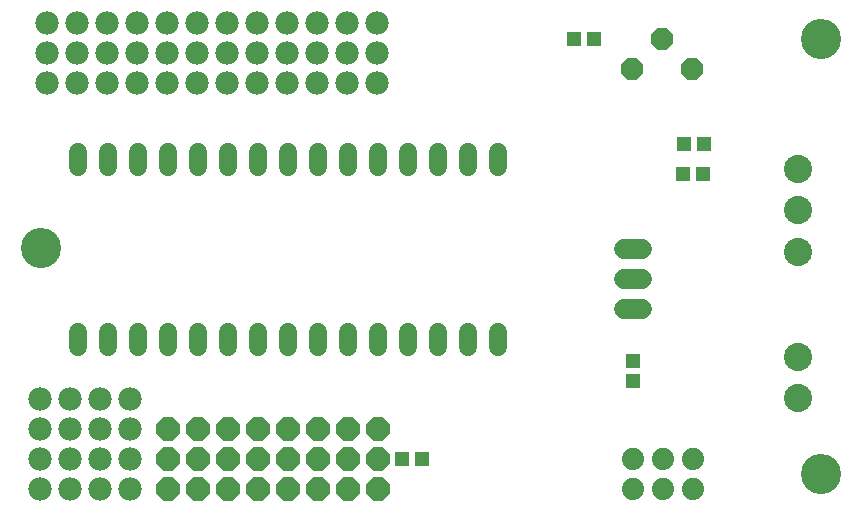
<source format=gbs>
G75*
%MOIN*%
%OFA0B0*%
%FSLAX25Y25*%
%IPPOS*%
%LPD*%
%AMOC8*
5,1,8,0,0,1.08239X$1,22.5*
%
%ADD10C,0.13398*%
%ADD11OC8,0.07800*%
%ADD12C,0.07800*%
%ADD13R,0.04737X0.05131*%
%ADD14C,0.05950*%
%ADD15OC8,0.07400*%
%ADD16R,0.05131X0.04737*%
%ADD17C,0.06800*%
%ADD18C,0.09400*%
%ADD19C,0.07400*%
D10*
X0065180Y0096495D03*
X0325184Y0166220D03*
X0325173Y0021211D03*
D11*
X0177713Y0016295D03*
X0167713Y0016295D03*
X0167621Y0026289D03*
X0177621Y0026289D03*
X0177603Y0036283D03*
X0167603Y0036283D03*
X0157603Y0036283D03*
X0147603Y0036283D03*
X0137603Y0036283D03*
X0127603Y0036283D03*
X0117603Y0036283D03*
X0107603Y0036283D03*
X0107621Y0026289D03*
X0107713Y0016295D03*
X0117713Y0016295D03*
X0127713Y0016295D03*
X0137713Y0016295D03*
X0137621Y0026289D03*
X0127621Y0026289D03*
X0117621Y0026289D03*
X0147621Y0026289D03*
X0157621Y0026289D03*
X0157713Y0016295D03*
X0147713Y0016295D03*
D12*
X0064859Y0016217D03*
X0074859Y0016217D03*
X0084859Y0016217D03*
X0094859Y0016217D03*
X0095095Y0026256D03*
X0085095Y0026256D03*
X0075095Y0026256D03*
X0065095Y0026256D03*
X0065095Y0036256D03*
X0075095Y0036256D03*
X0085095Y0036256D03*
X0095095Y0036256D03*
X0095095Y0046256D03*
X0085095Y0046256D03*
X0075095Y0046256D03*
X0065095Y0046256D03*
X0067438Y0151531D03*
X0077438Y0151531D03*
X0087438Y0151531D03*
X0097438Y0151531D03*
X0107438Y0151531D03*
X0117438Y0151531D03*
X0127438Y0151531D03*
X0137438Y0151531D03*
X0147438Y0151531D03*
X0157438Y0151531D03*
X0167438Y0151531D03*
X0177438Y0151531D03*
X0177438Y0161531D03*
X0167438Y0161531D03*
X0157438Y0161531D03*
X0147438Y0161531D03*
X0137438Y0161531D03*
X0127438Y0161531D03*
X0117438Y0161531D03*
X0107438Y0161531D03*
X0097438Y0161531D03*
X0087438Y0161531D03*
X0077438Y0161531D03*
X0067438Y0161531D03*
X0067438Y0171531D03*
X0077438Y0171531D03*
X0087438Y0171531D03*
X0097438Y0171531D03*
X0107438Y0171531D03*
X0117438Y0171531D03*
X0127438Y0171531D03*
X0137438Y0171531D03*
X0147438Y0171531D03*
X0157438Y0171531D03*
X0167438Y0171531D03*
X0177438Y0171531D03*
D13*
X0242867Y0166448D03*
X0249560Y0166448D03*
X0279493Y0131193D03*
X0286186Y0131193D03*
X0262733Y0059081D03*
X0262733Y0052389D03*
D14*
X0217595Y0063642D02*
X0217595Y0068791D01*
X0207595Y0068791D02*
X0207595Y0063642D01*
X0197595Y0063642D02*
X0197595Y0068791D01*
X0187595Y0068791D02*
X0187595Y0063642D01*
X0177595Y0063642D02*
X0177595Y0068791D01*
X0167595Y0068791D02*
X0167595Y0063642D01*
X0157595Y0063642D02*
X0157595Y0068791D01*
X0147595Y0068791D02*
X0147595Y0063642D01*
X0137595Y0063642D02*
X0137595Y0068791D01*
X0127595Y0068791D02*
X0127595Y0063642D01*
X0117595Y0063642D02*
X0117595Y0068791D01*
X0107595Y0068791D02*
X0107595Y0063642D01*
X0097595Y0063642D02*
X0097595Y0068791D01*
X0087595Y0068791D02*
X0087595Y0063642D01*
X0077595Y0063642D02*
X0077595Y0068791D01*
X0077595Y0123642D02*
X0077595Y0128791D01*
X0087595Y0128791D02*
X0087595Y0123642D01*
X0097595Y0123642D02*
X0097595Y0128791D01*
X0107595Y0128791D02*
X0107595Y0123642D01*
X0117595Y0123642D02*
X0117595Y0128791D01*
X0127595Y0128791D02*
X0127595Y0123642D01*
X0137595Y0123642D02*
X0137595Y0128791D01*
X0147595Y0128791D02*
X0147595Y0123642D01*
X0157595Y0123642D02*
X0157595Y0128791D01*
X0167595Y0128791D02*
X0167595Y0123642D01*
X0177595Y0123642D02*
X0177595Y0128791D01*
X0187595Y0128791D02*
X0187595Y0123642D01*
X0197595Y0123642D02*
X0197595Y0128791D01*
X0207595Y0128791D02*
X0207595Y0123642D01*
X0217595Y0123642D02*
X0217595Y0128791D01*
D15*
X0262438Y0156177D03*
X0272438Y0166177D03*
X0282438Y0156177D03*
D16*
X0279320Y0121193D03*
X0286013Y0121193D03*
X0192394Y0026173D03*
X0185701Y0026173D03*
D17*
X0259595Y0076256D02*
X0265595Y0076256D01*
X0265595Y0086256D02*
X0259595Y0086256D01*
X0259595Y0096256D02*
X0265595Y0096256D01*
D18*
X0317595Y0095390D03*
X0317595Y0109169D03*
X0317595Y0122949D03*
X0317595Y0060449D03*
X0317595Y0046669D03*
D19*
X0282584Y0026231D03*
X0272584Y0026231D03*
X0272595Y0016256D03*
X0282595Y0016256D03*
X0262595Y0016256D03*
X0262584Y0026231D03*
M02*

</source>
